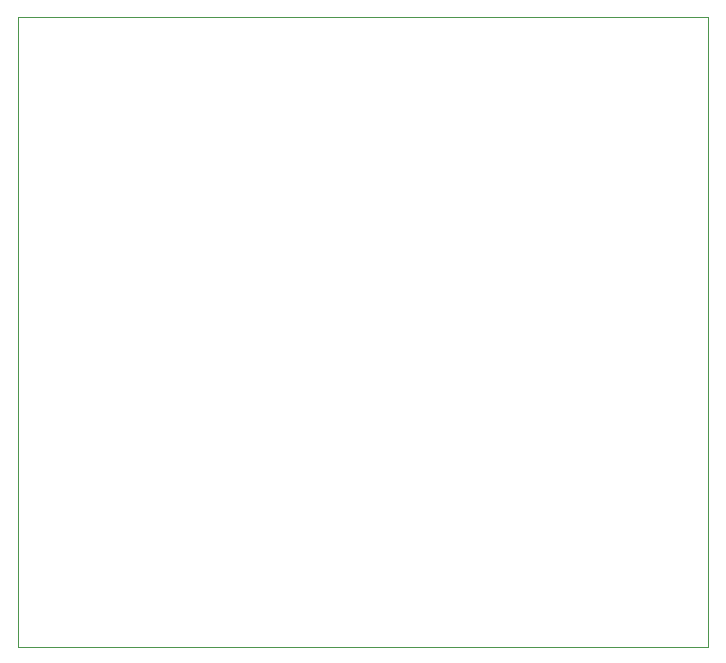
<source format=gbr>
G04 #@! TF.FileFunction,Profile,NP*
%FSLAX46Y46*%
G04 Gerber Fmt 4.6, Leading zero omitted, Abs format (unit mm)*
G04 Created by KiCad (PCBNEW (2015-12-07 BZR 6352)-product) date Tue 26 Jan 2016 06:24:15 PM EST*
%MOMM*%
G01*
G04 APERTURE LIST*
%ADD10C,0.100000*%
G04 APERTURE END LIST*
D10*
X58420000Y53340000D02*
X0Y53340000D01*
X58420000Y0D02*
X58420000Y53340000D01*
X0Y0D02*
X58420000Y0D01*
X0Y53340000D02*
X0Y0D01*
M02*

</source>
